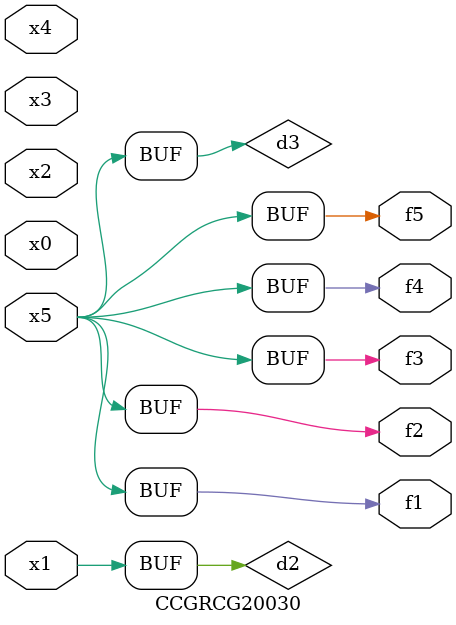
<source format=v>
module CCGRCG20030(
	input x0, x1, x2, x3, x4, x5,
	output f1, f2, f3, f4, f5
);

	wire d1, d2, d3;

	not (d1, x5);
	or (d2, x1);
	xnor (d3, d1);
	assign f1 = d3;
	assign f2 = d3;
	assign f3 = d3;
	assign f4 = d3;
	assign f5 = d3;
endmodule

</source>
